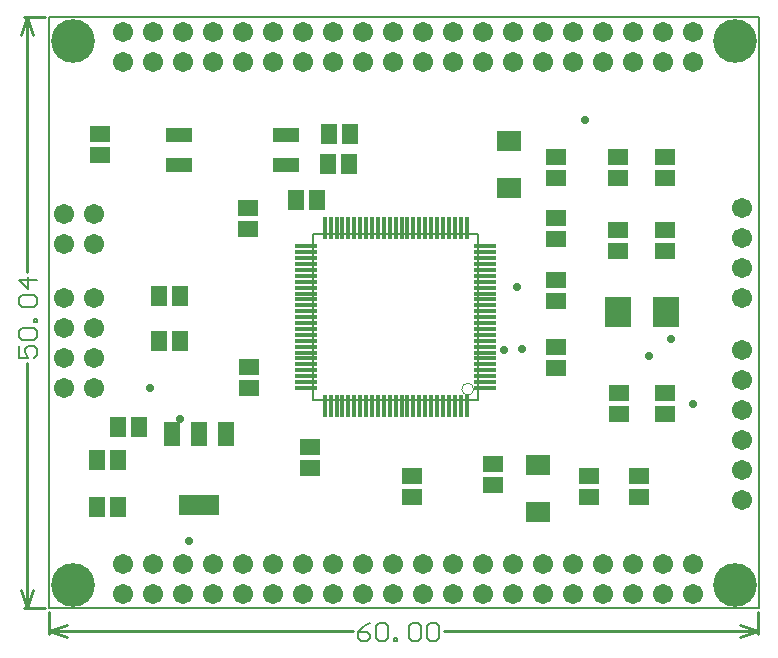
<source format=gts>
G04*
G04 #@! TF.GenerationSoftware,Altium Limited,Altium Designer,20.0.13 (296)*
G04*
G04 Layer_Color=8388736*
%FSLAX24Y24*%
%MOIN*%
G70*
G01*
G75*
%ADD14C,0.0100*%
%ADD17C,0.0080*%
%ADD18C,0.0060*%
%ADD19C,0.0039*%
%ADD29R,0.0552X0.0789*%
%ADD30R,0.1340X0.0710*%
%ADD31R,0.0867X0.1025*%
%ADD32R,0.0659X0.0537*%
%ADD33R,0.0537X0.0659*%
%ADD34R,0.0828X0.0663*%
%ADD35O,0.0749X0.0150*%
%ADD36O,0.0150X0.0749*%
%ADD37R,0.0867X0.0474*%
%ADD38C,0.0671*%
%ADD39C,0.1458*%
%ADD40C,0.0277*%
D14*
X23622Y-850D02*
Y-140D01*
X0Y-850D02*
Y-140D01*
X13161Y-750D02*
X23622D01*
X0D02*
X10141D01*
X23022Y-550D02*
X23622Y-750D01*
X23022Y-950D02*
X23622Y-750D01*
X0D02*
X600Y-950D01*
X0Y-750D02*
X600Y-550D01*
X-850Y19700D02*
X-140D01*
X-850Y-0D02*
X-140D01*
X-750Y11200D02*
Y19700D01*
Y-0D02*
Y8180D01*
X-950Y19100D02*
X-750Y19700D01*
X-550Y19100D01*
X-750Y-0D02*
X-550Y600D01*
X-950D02*
X-750Y-0D01*
D17*
X23650Y18144D02*
Y19700D01*
X0D02*
X23650D01*
Y-0D02*
Y18144D01*
X0Y-0D02*
X23622D01*
X0D02*
Y19700D01*
X14306Y6944D02*
Y12456D01*
X8794Y6944D02*
Y12456D01*
Y6944D02*
X14306D01*
X8794Y12456D02*
X14306D01*
D18*
X10701Y-510D02*
X10501Y-610D01*
X10301Y-810D01*
Y-1010D01*
X10401Y-1110D01*
X10601D01*
X10701Y-1010D01*
Y-910D01*
X10601Y-810D01*
X10301D01*
X10901Y-610D02*
X11001Y-510D01*
X11201D01*
X11301Y-610D01*
Y-1010D01*
X11201Y-1110D01*
X11001D01*
X10901Y-1010D01*
Y-610D01*
X11501Y-1110D02*
Y-1010D01*
X11601D01*
Y-1110D01*
X11501D01*
X12001Y-610D02*
X12101Y-510D01*
X12301D01*
X12401Y-610D01*
Y-1010D01*
X12301Y-1110D01*
X12101D01*
X12001Y-1010D01*
Y-610D01*
X12601D02*
X12701Y-510D01*
X12901D01*
X13001Y-610D01*
Y-1010D01*
X12901Y-1110D01*
X12701D01*
X12601Y-1010D01*
Y-610D01*
X-990Y8740D02*
Y8340D01*
X-690D01*
X-790Y8540D01*
Y8640D01*
X-690Y8740D01*
X-490D01*
X-390Y8640D01*
Y8440D01*
X-490Y8340D01*
X-890Y8940D02*
X-990Y9040D01*
Y9240D01*
X-890Y9340D01*
X-490D01*
X-390Y9240D01*
Y9040D01*
X-490Y8940D01*
X-890D01*
X-390Y9540D02*
X-490D01*
Y9640D01*
X-390D01*
Y9540D01*
X-890Y10040D02*
X-990Y10140D01*
Y10340D01*
X-890Y10440D01*
X-490D01*
X-390Y10340D01*
Y10140D01*
X-490Y10040D01*
X-890D01*
X-390Y10940D02*
X-990D01*
X-690Y10640D01*
Y11040D01*
D19*
X14148Y7298D02*
G03*
X14148Y7298I-197J0D01*
G01*
D29*
X5890Y5799D02*
D03*
X4984D02*
D03*
X4079D02*
D03*
D30*
X4984Y3437D02*
D03*
D31*
X18975Y9878D02*
D03*
X20550D02*
D03*
D32*
X1693Y15112D02*
D03*
Y15812D02*
D03*
X6650Y8051D02*
D03*
Y7350D02*
D03*
X16900Y10250D02*
D03*
Y10951D02*
D03*
Y8011D02*
D03*
Y8711D02*
D03*
X19000Y7173D02*
D03*
Y6472D02*
D03*
X20536Y6483D02*
D03*
Y7184D02*
D03*
X18950Y11918D02*
D03*
Y12619D02*
D03*
X20536Y11899D02*
D03*
Y12600D02*
D03*
X16900Y13001D02*
D03*
Y12300D02*
D03*
Y14328D02*
D03*
Y15028D02*
D03*
X18950Y15028D02*
D03*
Y14328D02*
D03*
X20536Y14328D02*
D03*
Y15028D02*
D03*
X19659Y3690D02*
D03*
Y4391D02*
D03*
X17983Y3690D02*
D03*
Y4391D02*
D03*
X14800Y4106D02*
D03*
Y4806D02*
D03*
X8699Y5385D02*
D03*
Y4684D02*
D03*
X12100Y4400D02*
D03*
Y3699D02*
D03*
X6645Y12650D02*
D03*
Y13350D02*
D03*
D33*
X4351Y10397D02*
D03*
X3650D02*
D03*
Y8913D02*
D03*
X4351D02*
D03*
X9332Y15804D02*
D03*
X10032D02*
D03*
X9309Y14792D02*
D03*
X10010D02*
D03*
X8214Y13600D02*
D03*
X8915D02*
D03*
X2308Y6026D02*
D03*
X3009D02*
D03*
X2300Y4950D02*
D03*
X1599D02*
D03*
X2300Y3365D02*
D03*
X1599D02*
D03*
D34*
X15319Y13997D02*
D03*
Y15571D02*
D03*
X16292Y4787D02*
D03*
Y3213D02*
D03*
D35*
X14522Y7338D02*
D03*
Y7535D02*
D03*
Y7732D02*
D03*
Y7928D02*
D03*
Y8125D02*
D03*
Y8322D02*
D03*
Y8519D02*
D03*
Y8716D02*
D03*
Y8913D02*
D03*
Y9109D02*
D03*
Y9306D02*
D03*
Y9503D02*
D03*
Y9700D02*
D03*
Y9897D02*
D03*
Y10094D02*
D03*
Y10291D02*
D03*
Y10487D02*
D03*
Y10684D02*
D03*
Y10881D02*
D03*
Y11078D02*
D03*
Y11275D02*
D03*
Y11472D02*
D03*
Y11669D02*
D03*
Y11865D02*
D03*
Y12062D02*
D03*
X8578D02*
D03*
Y11865D02*
D03*
Y11669D02*
D03*
Y11472D02*
D03*
Y11275D02*
D03*
Y11078D02*
D03*
Y10881D02*
D03*
Y10684D02*
D03*
Y10487D02*
D03*
Y10291D02*
D03*
Y10094D02*
D03*
Y9897D02*
D03*
Y9700D02*
D03*
Y9503D02*
D03*
Y9306D02*
D03*
Y9109D02*
D03*
Y8913D02*
D03*
Y8716D02*
D03*
Y8519D02*
D03*
Y8322D02*
D03*
Y8125D02*
D03*
Y7928D02*
D03*
Y7732D02*
D03*
Y7535D02*
D03*
Y7338D02*
D03*
D36*
X13912Y12672D02*
D03*
X13715D02*
D03*
X13519D02*
D03*
X13322D02*
D03*
X13125D02*
D03*
X12928D02*
D03*
X12731D02*
D03*
X12534D02*
D03*
X12337D02*
D03*
X12141D02*
D03*
X11944D02*
D03*
X11747D02*
D03*
X11550D02*
D03*
X11353D02*
D03*
X11156D02*
D03*
X10959D02*
D03*
X10763D02*
D03*
X10566D02*
D03*
X10369D02*
D03*
X10172D02*
D03*
X9975D02*
D03*
X9778D02*
D03*
X9582D02*
D03*
X9385D02*
D03*
X9188D02*
D03*
Y6728D02*
D03*
X9385D02*
D03*
X9582D02*
D03*
X9778D02*
D03*
X9975D02*
D03*
X10172D02*
D03*
X10369D02*
D03*
X10566D02*
D03*
X10763D02*
D03*
X10959D02*
D03*
X11156D02*
D03*
X11353D02*
D03*
X11550D02*
D03*
X11747D02*
D03*
X11944D02*
D03*
X12141D02*
D03*
X12337D02*
D03*
X12534D02*
D03*
X12731D02*
D03*
X12928D02*
D03*
X13125D02*
D03*
X13322D02*
D03*
X13519D02*
D03*
X13715D02*
D03*
X13912D02*
D03*
D37*
X4341Y14780D02*
D03*
Y15780D02*
D03*
X7884D02*
D03*
Y14780D02*
D03*
D38*
X23100Y13350D02*
D03*
Y12350D02*
D03*
Y11350D02*
D03*
Y10350D02*
D03*
X23100Y3600D02*
D03*
Y4600D02*
D03*
Y5600D02*
D03*
Y6600D02*
D03*
Y7600D02*
D03*
Y8600D02*
D03*
X3450Y1484D02*
D03*
X2450Y484D02*
D03*
Y1484D02*
D03*
X3450Y484D02*
D03*
X4450D02*
D03*
Y1484D02*
D03*
X5450Y484D02*
D03*
Y1484D02*
D03*
X6450Y484D02*
D03*
Y1484D02*
D03*
X7450Y484D02*
D03*
Y1484D02*
D03*
X8450Y484D02*
D03*
Y1484D02*
D03*
X9450Y484D02*
D03*
Y1484D02*
D03*
X10450Y484D02*
D03*
Y1484D02*
D03*
X11450Y484D02*
D03*
Y1484D02*
D03*
X12450Y484D02*
D03*
Y1484D02*
D03*
X13450Y484D02*
D03*
Y1484D02*
D03*
X14450Y484D02*
D03*
Y1484D02*
D03*
X15450Y484D02*
D03*
Y1484D02*
D03*
X16450Y484D02*
D03*
Y1484D02*
D03*
X17450Y484D02*
D03*
Y1484D02*
D03*
X18450Y484D02*
D03*
Y1484D02*
D03*
X19450Y484D02*
D03*
Y1484D02*
D03*
X20450Y484D02*
D03*
Y1484D02*
D03*
X21450Y484D02*
D03*
Y1484D02*
D03*
X484Y12150D02*
D03*
X1484Y13150D02*
D03*
Y12150D02*
D03*
X484Y13150D02*
D03*
X1484Y7350D02*
D03*
X484D02*
D03*
X1484Y8350D02*
D03*
X484D02*
D03*
Y9350D02*
D03*
X1484Y10350D02*
D03*
X484D02*
D03*
X1484Y9350D02*
D03*
X3450Y19216D02*
D03*
X2450Y18216D02*
D03*
Y19216D02*
D03*
X3450Y18216D02*
D03*
X4450D02*
D03*
Y19216D02*
D03*
X5450Y18216D02*
D03*
Y19216D02*
D03*
X6450Y18216D02*
D03*
Y19216D02*
D03*
X7450Y18216D02*
D03*
Y19216D02*
D03*
X8450Y18216D02*
D03*
Y19216D02*
D03*
X9450Y18216D02*
D03*
Y19216D02*
D03*
X10450Y18216D02*
D03*
Y19216D02*
D03*
X11450Y18216D02*
D03*
Y19216D02*
D03*
X12450Y18216D02*
D03*
Y19216D02*
D03*
X13450Y18216D02*
D03*
Y19216D02*
D03*
X14450Y18216D02*
D03*
Y19216D02*
D03*
X15450Y18216D02*
D03*
Y19216D02*
D03*
X16450Y18216D02*
D03*
Y19216D02*
D03*
X17450Y18216D02*
D03*
Y19216D02*
D03*
X18450Y18216D02*
D03*
Y19216D02*
D03*
X19450Y18216D02*
D03*
Y19216D02*
D03*
X20450Y18216D02*
D03*
Y19216D02*
D03*
X21450Y18216D02*
D03*
Y19216D02*
D03*
D39*
X22863Y18898D02*
D03*
X787D02*
D03*
X22863Y787D02*
D03*
X787D02*
D03*
D40*
X21450Y6809D02*
D03*
X20745Y8981D02*
D03*
X20000Y8400D02*
D03*
X15764Y8629D02*
D03*
X15155Y8600D02*
D03*
X15588Y10706D02*
D03*
X17875Y16268D02*
D03*
X3350Y7338D02*
D03*
X4659Y2239D02*
D03*
X4351Y6288D02*
D03*
M02*

</source>
